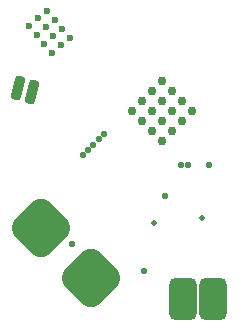
<source format=gbs>
G04*
G04 #@! TF.GenerationSoftware,Altium Limited,Altium Designer,20.1.7 (139)*
G04*
G04 Layer_Color=16711935*
%FSLAX44Y44*%
%MOMM*%
G71*
G04*
G04 #@! TF.SameCoordinates,99CDB543-8891-4245-8F14-29871282C811*
G04*
G04*
G04 #@! TF.FilePolarity,Negative*
G04*
G01*
G75*
%ADD123C,0.5500*%
%ADD124C,0.5000*%
%ADD125C,0.6000*%
%ADD126C,0.7600*%
G04:AMPARAMS|DCode=142|XSize=3.6mm|YSize=2.4mm|CornerRadius=0.625mm|HoleSize=0mm|Usage=FLASHONLY|Rotation=90.000|XOffset=0mm|YOffset=0mm|HoleType=Round|Shape=RoundedRectangle|*
%AMROUNDEDRECTD142*
21,1,3.6000,1.1500,0,0,90.0*
21,1,2.3500,2.4000,0,0,90.0*
1,1,1.2500,0.5750,1.1750*
1,1,1.2500,0.5750,-1.1750*
1,1,1.2500,-0.5750,-1.1750*
1,1,1.2500,-0.5750,1.1750*
%
%ADD142ROUNDEDRECTD142*%
G04:AMPARAMS|DCode=143|XSize=2.04mm|YSize=0.86mm|CornerRadius=0.24mm|HoleSize=0mm|Usage=FLASHONLY|Rotation=75.000|XOffset=0mm|YOffset=0mm|HoleType=Round|Shape=RoundedRectangle|*
%AMROUNDEDRECTD143*
21,1,2.0400,0.3800,0,0,75.0*
21,1,1.5600,0.8600,0,0,75.0*
1,1,0.4800,0.3854,0.7043*
1,1,0.4800,-0.0184,-0.8026*
1,1,0.4800,-0.3854,-0.7043*
1,1,0.4800,0.0184,0.8026*
%
%ADD143ROUNDEDRECTD143*%
G04:AMPARAMS|DCode=144|XSize=4.1mm|YSize=4.1mm|CornerRadius=1.05mm|HoleSize=0mm|Usage=FLASHONLY|Rotation=45.000|XOffset=0mm|YOffset=0mm|HoleType=Round|Shape=RoundedRectangle|*
%AMROUNDEDRECTD144*
21,1,4.1000,2.0000,0,0,45.0*
21,1,2.0000,4.1000,0,0,45.0*
1,1,2.1000,1.4142,0.0000*
1,1,2.1000,0.0000,-1.4142*
1,1,2.1000,-1.4142,0.0000*
1,1,2.1000,0.0000,1.4142*
%
%ADD144ROUNDEDRECTD144*%
D123*
X-1500Y-105000D02*
D03*
X-35250Y11000D02*
D03*
X29750Y-15000D02*
D03*
X35750D02*
D03*
X53500D02*
D03*
X-53500Y-7000D02*
D03*
X-49000Y-2500D02*
D03*
X-44500Y2000D02*
D03*
X-40000Y6500D02*
D03*
X16000Y-41500D02*
D03*
X-62500Y-82000D02*
D03*
D124*
X47606Y-60084D02*
D03*
X6500Y-64000D02*
D03*
D125*
X-64448Y92437D02*
D03*
X-72108Y86009D02*
D03*
X-79769Y79581D02*
D03*
X-70876Y100098D02*
D03*
X-78536Y93670D02*
D03*
X-86196Y87242D02*
D03*
X-77304Y107758D02*
D03*
X-84964Y101330D02*
D03*
X-92624Y94902D02*
D03*
X-83731Y115419D02*
D03*
X-91392Y108991D02*
D03*
X-99052Y102563D02*
D03*
D126*
X38902Y30524D02*
D03*
X30416Y22039D02*
D03*
X21931Y13554D02*
D03*
X13446Y5068D02*
D03*
X30416Y39009D02*
D03*
X21931Y30524D02*
D03*
X13446Y22039D02*
D03*
X4961Y13554D02*
D03*
X21931Y47495D02*
D03*
X13446Y39009D02*
D03*
X4961Y30524D02*
D03*
X-3525Y22039D02*
D03*
X13446Y55980D02*
D03*
X4961Y47495D02*
D03*
X-3525Y39009D02*
D03*
X-12010Y30524D02*
D03*
D142*
X31240Y-128520D02*
D03*
X56640D02*
D03*
D143*
X-96782Y46937D02*
D03*
X-108373Y50042D02*
D03*
D144*
X-46445Y-110661D02*
D03*
X-88871Y-68235D02*
D03*
M02*

</source>
